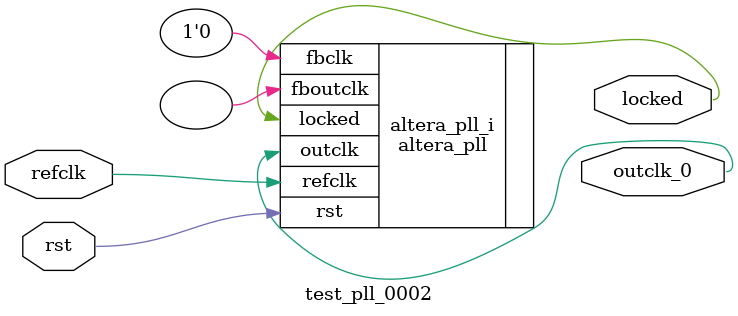
<source format=v>
`timescale 1ns/10ps
module  test_pll_0002(

	// interface 'refclk'
	input wire refclk,

	// interface 'reset'
	input wire rst,

	// interface 'outclk0'
	output wire outclk_0,

	// interface 'locked'
	output wire locked
);

	altera_pll #(
		.fractional_vco_multiplier("false"),
		.reference_clock_frequency("50.0 MHz"),
		.operation_mode("direct"),
		.number_of_clocks(1),
		.output_clock_frequency0("1.171875 MHz"),
		.phase_shift0("0 ps"),
		.duty_cycle0(50),
		.output_clock_frequency1("0 MHz"),
		.phase_shift1("0 ps"),
		.duty_cycle1(50),
		.output_clock_frequency2("0 MHz"),
		.phase_shift2("0 ps"),
		.duty_cycle2(50),
		.output_clock_frequency3("0 MHz"),
		.phase_shift3("0 ps"),
		.duty_cycle3(50),
		.output_clock_frequency4("0 MHz"),
		.phase_shift4("0 ps"),
		.duty_cycle4(50),
		.output_clock_frequency5("0 MHz"),
		.phase_shift5("0 ps"),
		.duty_cycle5(50),
		.output_clock_frequency6("0 MHz"),
		.phase_shift6("0 ps"),
		.duty_cycle6(50),
		.output_clock_frequency7("0 MHz"),
		.phase_shift7("0 ps"),
		.duty_cycle7(50),
		.output_clock_frequency8("0 MHz"),
		.phase_shift8("0 ps"),
		.duty_cycle8(50),
		.output_clock_frequency9("0 MHz"),
		.phase_shift9("0 ps"),
		.duty_cycle9(50),
		.output_clock_frequency10("0 MHz"),
		.phase_shift10("0 ps"),
		.duty_cycle10(50),
		.output_clock_frequency11("0 MHz"),
		.phase_shift11("0 ps"),
		.duty_cycle11(50),
		.output_clock_frequency12("0 MHz"),
		.phase_shift12("0 ps"),
		.duty_cycle12(50),
		.output_clock_frequency13("0 MHz"),
		.phase_shift13("0 ps"),
		.duty_cycle13(50),
		.output_clock_frequency14("0 MHz"),
		.phase_shift14("0 ps"),
		.duty_cycle14(50),
		.output_clock_frequency15("0 MHz"),
		.phase_shift15("0 ps"),
		.duty_cycle15(50),
		.output_clock_frequency16("0 MHz"),
		.phase_shift16("0 ps"),
		.duty_cycle16(50),
		.output_clock_frequency17("0 MHz"),
		.phase_shift17("0 ps"),
		.duty_cycle17(50),
		.pll_type("General"),
		.pll_subtype("General")
	) altera_pll_i (
		.rst	(rst),
		.outclk	({outclk_0}),
		.locked	(locked),
		.fboutclk	( ),
		.fbclk	(1'b0),
		.refclk	(refclk)
	);
endmodule


</source>
